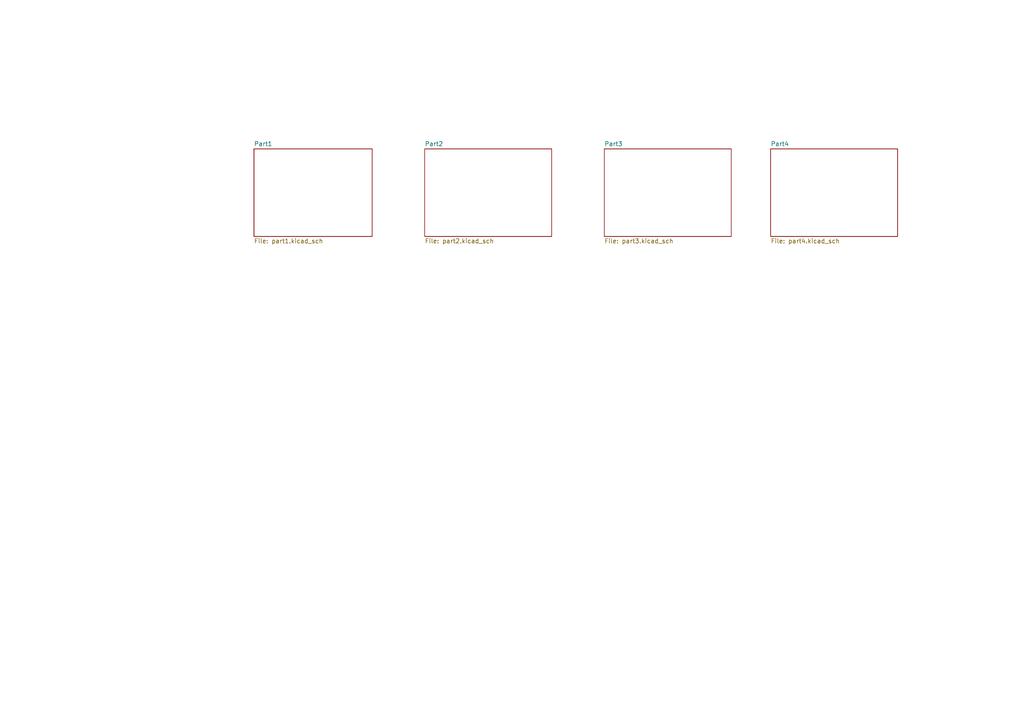
<source format=kicad_sch>
(kicad_sch (version 20230121) (generator eeschema)
  (paper "A4")
  (lib_symbols)
  (sheet (at 73.66 43.18) (size 34.29 25.4) (stroke (width 0.1524))
    (property "Sheetname" "Part1" (at 73.66 42.4684 0) (effects (justify left bottom)))
    (property "Sheetfile" "part1.kicad_sch" (at 73.66 69.1646 0) (effects (justify left top)))
  )
  (sheet (at 175.26 43.18) (size 36.83 25.4) (stroke (width 0.1524))
    (property "Sheetname" "Part3" (at 175.26 42.4684 0) (effects (justify left bottom)))
    (property "Sheetfile" "part3.kicad_sch" (at 175.26 69.1646 0) (effects (justify left top)))
  )
  (sheet (at 223.52 43.18) (size 36.83 25.4) (stroke (width 0.1524))
    (property "Sheetname" "Part4" (at 223.52 42.4684 0) (effects (justify left bottom)))
    (property "Sheetfile" "part4.kicad_sch" (at 223.52 69.1646 0) (effects (justify left top)))
  )
  (sheet (at 123.19 43.18) (size 36.83 25.4) (stroke (width 0.1524))
    (property "Sheetname" "Part2" (at 123.19 42.4684 0) (effects (justify left bottom)))
    (property "Sheetfile" "part2.kicad_sch" (at 123.19 69.1646 0) (effects (justify left top)))
  )
)
</source>
